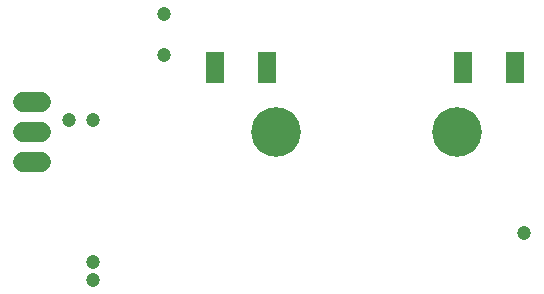
<source format=gbr>
G04 EAGLE Gerber X2 export*
%TF.Part,Single*%
%TF.FileFunction,Soldermask,Bot,1*%
%TF.FilePolarity,Negative*%
%TF.GenerationSoftware,Autodesk,EAGLE,9.1.0*%
%TF.CreationDate,2020-06-24T00:02:45Z*%
G75*
%MOMM*%
%FSLAX34Y34*%
%LPD*%
%AMOC8*
5,1,8,0,0,1.08239X$1,22.5*%
G01*
%ADD10R,1.603200X0.653200*%
%ADD11C,1.727200*%
%ADD12C,1.203200*%
%ADD13C,4.203200*%


D10*
X452000Y209750D03*
X452000Y203250D03*
X452000Y196750D03*
X452000Y190250D03*
X408000Y190250D03*
X408000Y196750D03*
X408000Y203250D03*
X408000Y209750D03*
X242000Y209750D03*
X242000Y203250D03*
X242000Y196750D03*
X242000Y190250D03*
X198000Y190250D03*
X198000Y196750D03*
X198000Y203250D03*
X198000Y209750D03*
D11*
X51120Y119600D02*
X35880Y119600D01*
X35880Y145000D02*
X51120Y145000D01*
X51120Y170400D02*
X35880Y170400D01*
D12*
X155000Y245000D03*
D13*
X403000Y145000D03*
X250300Y145000D03*
D12*
X155000Y210000D03*
X460000Y60000D03*
X95000Y155000D03*
X95000Y35000D03*
X75000Y155000D03*
X95000Y20000D03*
M02*

</source>
